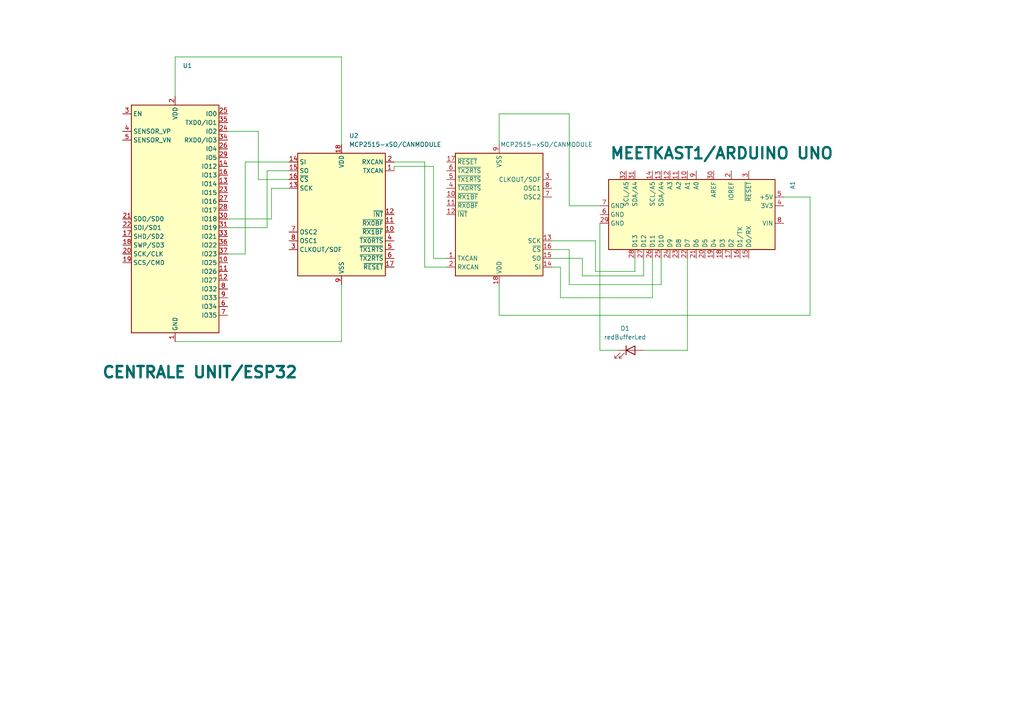
<source format=kicad_sch>
(kicad_sch
	(version 20231120)
	(generator "eeschema")
	(generator_version "8.0")
	(uuid "5bcac197-b3d0-4682-afbe-76e68ec606bb")
	(paper "A4")
	(lib_symbols
		(symbol "Device:LED"
			(pin_numbers hide)
			(pin_names
				(offset 1.016) hide)
			(exclude_from_sim no)
			(in_bom yes)
			(on_board yes)
			(property "Reference" "D"
				(at 0 2.54 0)
				(effects
					(font
						(size 1.27 1.27)
					)
				)
			)
			(property "Value" "LED"
				(at 0 -2.54 0)
				(effects
					(font
						(size 1.27 1.27)
					)
				)
			)
			(property "Footprint" ""
				(at 0 0 0)
				(effects
					(font
						(size 1.27 1.27)
					)
					(hide yes)
				)
			)
			(property "Datasheet" "~"
				(at 0 0 0)
				(effects
					(font
						(size 1.27 1.27)
					)
					(hide yes)
				)
			)
			(property "Description" "Light emitting diode"
				(at 0 0 0)
				(effects
					(font
						(size 1.27 1.27)
					)
					(hide yes)
				)
			)
			(property "ki_keywords" "LED diode"
				(at 0 0 0)
				(effects
					(font
						(size 1.27 1.27)
					)
					(hide yes)
				)
			)
			(property "ki_fp_filters" "LED* LED_SMD:* LED_THT:*"
				(at 0 0 0)
				(effects
					(font
						(size 1.27 1.27)
					)
					(hide yes)
				)
			)
			(symbol "LED_0_1"
				(polyline
					(pts
						(xy -1.27 -1.27) (xy -1.27 1.27)
					)
					(stroke
						(width 0.254)
						(type default)
					)
					(fill
						(type none)
					)
				)
				(polyline
					(pts
						(xy -1.27 0) (xy 1.27 0)
					)
					(stroke
						(width 0)
						(type default)
					)
					(fill
						(type none)
					)
				)
				(polyline
					(pts
						(xy 1.27 -1.27) (xy 1.27 1.27) (xy -1.27 0) (xy 1.27 -1.27)
					)
					(stroke
						(width 0.254)
						(type default)
					)
					(fill
						(type none)
					)
				)
				(polyline
					(pts
						(xy -3.048 -0.762) (xy -4.572 -2.286) (xy -3.81 -2.286) (xy -4.572 -2.286) (xy -4.572 -1.524)
					)
					(stroke
						(width 0)
						(type default)
					)
					(fill
						(type none)
					)
				)
				(polyline
					(pts
						(xy -1.778 -0.762) (xy -3.302 -2.286) (xy -2.54 -2.286) (xy -3.302 -2.286) (xy -3.302 -1.524)
					)
					(stroke
						(width 0)
						(type default)
					)
					(fill
						(type none)
					)
				)
			)
			(symbol "LED_1_1"
				(pin passive line
					(at -3.81 0 0)
					(length 2.54)
					(name "K"
						(effects
							(font
								(size 1.27 1.27)
							)
						)
					)
					(number "1"
						(effects
							(font
								(size 1.27 1.27)
							)
						)
					)
				)
				(pin passive line
					(at 3.81 0 180)
					(length 2.54)
					(name "A"
						(effects
							(font
								(size 1.27 1.27)
							)
						)
					)
					(number "2"
						(effects
							(font
								(size 1.27 1.27)
							)
						)
					)
				)
			)
		)
		(symbol "Interface_CAN_LIN:MCP2515-xSO"
			(exclude_from_sim no)
			(in_bom yes)
			(on_board yes)
			(property "Reference" "U"
				(at -10.16 19.685 0)
				(effects
					(font
						(size 1.27 1.27)
					)
					(justify right)
				)
			)
			(property "Value" "MCP2515-xSO"
				(at 19.05 20.32 0)
				(effects
					(font
						(size 1.27 1.27)
					)
					(justify right top)
				)
			)
			(property "Footprint" "Package_SO:SOIC-18W_7.5x11.6mm_P1.27mm"
				(at 0 -22.86 0)
				(effects
					(font
						(size 1.27 1.27)
						(italic yes)
					)
					(hide yes)
				)
			)
			(property "Datasheet" "http://ww1.microchip.com/downloads/en/DeviceDoc/21801e.pdf"
				(at 2.54 -20.32 0)
				(effects
					(font
						(size 1.27 1.27)
					)
					(hide yes)
				)
			)
			(property "Description" "Stand-Alone CAN Controller with SPI Interface, SOIC-18"
				(at 0 0 0)
				(effects
					(font
						(size 1.27 1.27)
					)
					(hide yes)
				)
			)
			(property "ki_keywords" "CAN Controller SPI"
				(at 0 0 0)
				(effects
					(font
						(size 1.27 1.27)
					)
					(hide yes)
				)
			)
			(property "ki_fp_filters" "SOIC*7.5x11.6mm*P1.27mm*"
				(at 0 0 0)
				(effects
					(font
						(size 1.27 1.27)
					)
					(hide yes)
				)
			)
			(symbol "MCP2515-xSO_0_1"
				(rectangle
					(start -12.7 17.78)
					(end 12.7 -17.78)
					(stroke
						(width 0.254)
						(type default)
					)
					(fill
						(type background)
					)
				)
			)
			(symbol "MCP2515-xSO_1_1"
				(pin output line
					(at 15.24 12.7 180)
					(length 2.54)
					(name "TXCAN"
						(effects
							(font
								(size 1.27 1.27)
							)
						)
					)
					(number "1"
						(effects
							(font
								(size 1.27 1.27)
							)
						)
					)
				)
				(pin output line
					(at 15.24 -5.08 180)
					(length 2.54)
					(name "~{RX1BF}"
						(effects
							(font
								(size 1.27 1.27)
							)
						)
					)
					(number "10"
						(effects
							(font
								(size 1.27 1.27)
							)
						)
					)
				)
				(pin output line
					(at 15.24 -2.54 180)
					(length 2.54)
					(name "~{RX0BF}"
						(effects
							(font
								(size 1.27 1.27)
							)
						)
					)
					(number "11"
						(effects
							(font
								(size 1.27 1.27)
							)
						)
					)
				)
				(pin output line
					(at 15.24 0 180)
					(length 2.54)
					(name "~{INT}"
						(effects
							(font
								(size 1.27 1.27)
							)
						)
					)
					(number "12"
						(effects
							(font
								(size 1.27 1.27)
							)
						)
					)
				)
				(pin input line
					(at -15.24 7.62 0)
					(length 2.54)
					(name "SCK"
						(effects
							(font
								(size 1.27 1.27)
							)
						)
					)
					(number "13"
						(effects
							(font
								(size 1.27 1.27)
							)
						)
					)
				)
				(pin input line
					(at -15.24 15.24 0)
					(length 2.54)
					(name "SI"
						(effects
							(font
								(size 1.27 1.27)
							)
						)
					)
					(number "14"
						(effects
							(font
								(size 1.27 1.27)
							)
						)
					)
				)
				(pin output line
					(at -15.24 12.7 0)
					(length 2.54)
					(name "SO"
						(effects
							(font
								(size 1.27 1.27)
							)
						)
					)
					(number "15"
						(effects
							(font
								(size 1.27 1.27)
							)
						)
					)
				)
				(pin input line
					(at -15.24 10.16 0)
					(length 2.54)
					(name "~{CS}"
						(effects
							(font
								(size 1.27 1.27)
							)
						)
					)
					(number "16"
						(effects
							(font
								(size 1.27 1.27)
							)
						)
					)
				)
				(pin input line
					(at 15.24 -15.24 180)
					(length 2.54)
					(name "~{RESET}"
						(effects
							(font
								(size 1.27 1.27)
							)
						)
					)
					(number "17"
						(effects
							(font
								(size 1.27 1.27)
							)
						)
					)
				)
				(pin power_in line
					(at 0 20.32 270)
					(length 2.54)
					(name "VDD"
						(effects
							(font
								(size 1.27 1.27)
							)
						)
					)
					(number "18"
						(effects
							(font
								(size 1.27 1.27)
							)
						)
					)
				)
				(pin input line
					(at 15.24 15.24 180)
					(length 2.54)
					(name "RXCAN"
						(effects
							(font
								(size 1.27 1.27)
							)
						)
					)
					(number "2"
						(effects
							(font
								(size 1.27 1.27)
							)
						)
					)
				)
				(pin output line
					(at -15.24 -10.16 0)
					(length 2.54)
					(name "CLKOUT/SOF"
						(effects
							(font
								(size 1.27 1.27)
							)
						)
					)
					(number "3"
						(effects
							(font
								(size 1.27 1.27)
							)
						)
					)
				)
				(pin input line
					(at 15.24 -7.62 180)
					(length 2.54)
					(name "~{TX0RTS}"
						(effects
							(font
								(size 1.27 1.27)
							)
						)
					)
					(number "4"
						(effects
							(font
								(size 1.27 1.27)
							)
						)
					)
				)
				(pin input line
					(at 15.24 -10.16 180)
					(length 2.54)
					(name "~{TX1RTS}"
						(effects
							(font
								(size 1.27 1.27)
							)
						)
					)
					(number "5"
						(effects
							(font
								(size 1.27 1.27)
							)
						)
					)
				)
				(pin input line
					(at 15.24 -12.7 180)
					(length 2.54)
					(name "~{TX2RTS}"
						(effects
							(font
								(size 1.27 1.27)
							)
						)
					)
					(number "6"
						(effects
							(font
								(size 1.27 1.27)
							)
						)
					)
				)
				(pin output line
					(at -15.24 -5.08 0)
					(length 2.54)
					(name "OSC2"
						(effects
							(font
								(size 1.27 1.27)
							)
						)
					)
					(number "7"
						(effects
							(font
								(size 1.27 1.27)
							)
						)
					)
				)
				(pin input line
					(at -15.24 -7.62 0)
					(length 2.54)
					(name "OSC1"
						(effects
							(font
								(size 1.27 1.27)
							)
						)
					)
					(number "8"
						(effects
							(font
								(size 1.27 1.27)
							)
						)
					)
				)
				(pin power_in line
					(at 0 -20.32 90)
					(length 2.54)
					(name "VSS"
						(effects
							(font
								(size 1.27 1.27)
							)
						)
					)
					(number "9"
						(effects
							(font
								(size 1.27 1.27)
							)
						)
					)
				)
			)
		)
		(symbol "MCU_Module:Arduino_UNO_R3"
			(exclude_from_sim no)
			(in_bom yes)
			(on_board yes)
			(property "Reference" "A"
				(at -10.16 23.495 0)
				(effects
					(font
						(size 1.27 1.27)
					)
					(justify left bottom)
				)
			)
			(property "Value" "Arduino_UNO_R3"
				(at 5.08 -26.67 0)
				(effects
					(font
						(size 1.27 1.27)
					)
					(justify left top)
				)
			)
			(property "Footprint" "Module:Arduino_UNO_R3"
				(at 0 0 0)
				(effects
					(font
						(size 1.27 1.27)
						(italic yes)
					)
					(hide yes)
				)
			)
			(property "Datasheet" "https://www.arduino.cc/en/Main/arduinoBoardUno"
				(at 0 0 0)
				(effects
					(font
						(size 1.27 1.27)
					)
					(hide yes)
				)
			)
			(property "Description" "Arduino UNO Microcontroller Module, release 3"
				(at 0 0 0)
				(effects
					(font
						(size 1.27 1.27)
					)
					(hide yes)
				)
			)
			(property "ki_keywords" "Arduino UNO R3 Microcontroller Module Atmel AVR USB"
				(at 0 0 0)
				(effects
					(font
						(size 1.27 1.27)
					)
					(hide yes)
				)
			)
			(property "ki_fp_filters" "Arduino*UNO*R3*"
				(at 0 0 0)
				(effects
					(font
						(size 1.27 1.27)
					)
					(hide yes)
				)
			)
			(symbol "Arduino_UNO_R3_0_1"
				(rectangle
					(start -10.16 22.86)
					(end 10.16 -25.4)
					(stroke
						(width 0.254)
						(type default)
					)
					(fill
						(type background)
					)
				)
			)
			(symbol "Arduino_UNO_R3_1_1"
				(pin no_connect line
					(at -10.16 -20.32 0)
					(length 2.54) hide
					(name "NC"
						(effects
							(font
								(size 1.27 1.27)
							)
						)
					)
					(number "1"
						(effects
							(font
								(size 1.27 1.27)
							)
						)
					)
				)
				(pin bidirectional line
					(at 12.7 -2.54 180)
					(length 2.54)
					(name "A1"
						(effects
							(font
								(size 1.27 1.27)
							)
						)
					)
					(number "10"
						(effects
							(font
								(size 1.27 1.27)
							)
						)
					)
				)
				(pin bidirectional line
					(at 12.7 -5.08 180)
					(length 2.54)
					(name "A2"
						(effects
							(font
								(size 1.27 1.27)
							)
						)
					)
					(number "11"
						(effects
							(font
								(size 1.27 1.27)
							)
						)
					)
				)
				(pin bidirectional line
					(at 12.7 -7.62 180)
					(length 2.54)
					(name "A3"
						(effects
							(font
								(size 1.27 1.27)
							)
						)
					)
					(number "12"
						(effects
							(font
								(size 1.27 1.27)
							)
						)
					)
				)
				(pin bidirectional line
					(at 12.7 -10.16 180)
					(length 2.54)
					(name "SDA/A4"
						(effects
							(font
								(size 1.27 1.27)
							)
						)
					)
					(number "13"
						(effects
							(font
								(size 1.27 1.27)
							)
						)
					)
				)
				(pin bidirectional line
					(at 12.7 -12.7 180)
					(length 2.54)
					(name "SCL/A5"
						(effects
							(font
								(size 1.27 1.27)
							)
						)
					)
					(number "14"
						(effects
							(font
								(size 1.27 1.27)
							)
						)
					)
				)
				(pin bidirectional line
					(at -12.7 15.24 0)
					(length 2.54)
					(name "D0/RX"
						(effects
							(font
								(size 1.27 1.27)
							)
						)
					)
					(number "15"
						(effects
							(font
								(size 1.27 1.27)
							)
						)
					)
				)
				(pin bidirectional line
					(at -12.7 12.7 0)
					(length 2.54)
					(name "D1/TX"
						(effects
							(font
								(size 1.27 1.27)
							)
						)
					)
					(number "16"
						(effects
							(font
								(size 1.27 1.27)
							)
						)
					)
				)
				(pin bidirectional line
					(at -12.7 10.16 0)
					(length 2.54)
					(name "D2"
						(effects
							(font
								(size 1.27 1.27)
							)
						)
					)
					(number "17"
						(effects
							(font
								(size 1.27 1.27)
							)
						)
					)
				)
				(pin bidirectional line
					(at -12.7 7.62 0)
					(length 2.54)
					(name "D3"
						(effects
							(font
								(size 1.27 1.27)
							)
						)
					)
					(number "18"
						(effects
							(font
								(size 1.27 1.27)
							)
						)
					)
				)
				(pin bidirectional line
					(at -12.7 5.08 0)
					(length 2.54)
					(name "D4"
						(effects
							(font
								(size 1.27 1.27)
							)
						)
					)
					(number "19"
						(effects
							(font
								(size 1.27 1.27)
							)
						)
					)
				)
				(pin output line
					(at 12.7 10.16 180)
					(length 2.54)
					(name "IOREF"
						(effects
							(font
								(size 1.27 1.27)
							)
						)
					)
					(number "2"
						(effects
							(font
								(size 1.27 1.27)
							)
						)
					)
				)
				(pin bidirectional line
					(at -12.7 2.54 0)
					(length 2.54)
					(name "D5"
						(effects
							(font
								(size 1.27 1.27)
							)
						)
					)
					(number "20"
						(effects
							(font
								(size 1.27 1.27)
							)
						)
					)
				)
				(pin bidirectional line
					(at -12.7 0 0)
					(length 2.54)
					(name "D6"
						(effects
							(font
								(size 1.27 1.27)
							)
						)
					)
					(number "21"
						(effects
							(font
								(size 1.27 1.27)
							)
						)
					)
				)
				(pin bidirectional line
					(at -12.7 -2.54 0)
					(length 2.54)
					(name "D7"
						(effects
							(font
								(size 1.27 1.27)
							)
						)
					)
					(number "22"
						(effects
							(font
								(size 1.27 1.27)
							)
						)
					)
				)
				(pin bidirectional line
					(at -12.7 -5.08 0)
					(length 2.54)
					(name "D8"
						(effects
							(font
								(size 1.27 1.27)
							)
						)
					)
					(number "23"
						(effects
							(font
								(size 1.27 1.27)
							)
						)
					)
				)
				(pin bidirectional line
					(at -12.7 -7.62 0)
					(length 2.54)
					(name "D9"
						(effects
							(font
								(size 1.27 1.27)
							)
						)
					)
					(number "24"
						(effects
							(font
								(size 1.27 1.27)
							)
						)
					)
				)
				(pin bidirectional line
					(at -12.7 -10.16 0)
					(length 2.54)
					(name "D10"
						(effects
							(font
								(size 1.27 1.27)
							)
						)
					)
					(number "25"
						(effects
							(font
								(size 1.27 1.27)
							)
						)
					)
				)
				(pin bidirectional line
					(at -12.7 -12.7 0)
					(length 2.54)
					(name "D11"
						(effects
							(font
								(size 1.27 1.27)
							)
						)
					)
					(number "26"
						(effects
							(font
								(size 1.27 1.27)
							)
						)
					)
				)
				(pin bidirectional line
					(at -12.7 -15.24 0)
					(length 2.54)
					(name "D12"
						(effects
							(font
								(size 1.27 1.27)
							)
						)
					)
					(number "27"
						(effects
							(font
								(size 1.27 1.27)
							)
						)
					)
				)
				(pin bidirectional line
					(at -12.7 -17.78 0)
					(length 2.54)
					(name "D13"
						(effects
							(font
								(size 1.27 1.27)
							)
						)
					)
					(number "28"
						(effects
							(font
								(size 1.27 1.27)
							)
						)
					)
				)
				(pin power_in line
					(at -2.54 -27.94 90)
					(length 2.54)
					(name "GND"
						(effects
							(font
								(size 1.27 1.27)
							)
						)
					)
					(number "29"
						(effects
							(font
								(size 1.27 1.27)
							)
						)
					)
				)
				(pin input line
					(at 12.7 15.24 180)
					(length 2.54)
					(name "~{RESET}"
						(effects
							(font
								(size 1.27 1.27)
							)
						)
					)
					(number "3"
						(effects
							(font
								(size 1.27 1.27)
							)
						)
					)
				)
				(pin input line
					(at 12.7 5.08 180)
					(length 2.54)
					(name "AREF"
						(effects
							(font
								(size 1.27 1.27)
							)
						)
					)
					(number "30"
						(effects
							(font
								(size 1.27 1.27)
							)
						)
					)
				)
				(pin bidirectional line
					(at 12.7 -17.78 180)
					(length 2.54)
					(name "SDA/A4"
						(effects
							(font
								(size 1.27 1.27)
							)
						)
					)
					(number "31"
						(effects
							(font
								(size 1.27 1.27)
							)
						)
					)
				)
				(pin bidirectional line
					(at 12.7 -20.32 180)
					(length 2.54)
					(name "SCL/A5"
						(effects
							(font
								(size 1.27 1.27)
							)
						)
					)
					(number "32"
						(effects
							(font
								(size 1.27 1.27)
							)
						)
					)
				)
				(pin power_out line
					(at 2.54 25.4 270)
					(length 2.54)
					(name "3V3"
						(effects
							(font
								(size 1.27 1.27)
							)
						)
					)
					(number "4"
						(effects
							(font
								(size 1.27 1.27)
							)
						)
					)
				)
				(pin power_out line
					(at 5.08 25.4 270)
					(length 2.54)
					(name "+5V"
						(effects
							(font
								(size 1.27 1.27)
							)
						)
					)
					(number "5"
						(effects
							(font
								(size 1.27 1.27)
							)
						)
					)
				)
				(pin power_in line
					(at 0 -27.94 90)
					(length 2.54)
					(name "GND"
						(effects
							(font
								(size 1.27 1.27)
							)
						)
					)
					(number "6"
						(effects
							(font
								(size 1.27 1.27)
							)
						)
					)
				)
				(pin power_in line
					(at 2.54 -27.94 90)
					(length 2.54)
					(name "GND"
						(effects
							(font
								(size 1.27 1.27)
							)
						)
					)
					(number "7"
						(effects
							(font
								(size 1.27 1.27)
							)
						)
					)
				)
				(pin power_in line
					(at -2.54 25.4 270)
					(length 2.54)
					(name "VIN"
						(effects
							(font
								(size 1.27 1.27)
							)
						)
					)
					(number "8"
						(effects
							(font
								(size 1.27 1.27)
							)
						)
					)
				)
				(pin bidirectional line
					(at 12.7 0 180)
					(length 2.54)
					(name "A0"
						(effects
							(font
								(size 1.27 1.27)
							)
						)
					)
					(number "9"
						(effects
							(font
								(size 1.27 1.27)
							)
						)
					)
				)
			)
		)
		(symbol "RF_Module:ESP32-WROOM-32"
			(exclude_from_sim no)
			(in_bom yes)
			(on_board yes)
			(property "Reference" "U"
				(at -12.7 34.29 0)
				(effects
					(font
						(size 1.27 1.27)
					)
					(justify left)
				)
			)
			(property "Value" "ESP32-WROOM-32"
				(at 1.27 34.29 0)
				(effects
					(font
						(size 1.27 1.27)
					)
					(justify left)
				)
			)
			(property "Footprint" "RF_Module:ESP32-WROOM-32"
				(at 0 -38.1 0)
				(effects
					(font
						(size 1.27 1.27)
					)
					(hide yes)
				)
			)
			(property "Datasheet" "https://www.espressif.com/sites/default/files/documentation/esp32-wroom-32_datasheet_en.pdf"
				(at -7.62 1.27 0)
				(effects
					(font
						(size 1.27 1.27)
					)
					(hide yes)
				)
			)
			(property "Description" "RF Module, ESP32-D0WDQ6 SoC, Wi-Fi 802.11b/g/n, Bluetooth, BLE, 32-bit, 2.7-3.6V, onboard antenna, SMD"
				(at 0 0 0)
				(effects
					(font
						(size 1.27 1.27)
					)
					(hide yes)
				)
			)
			(property "ki_keywords" "RF Radio BT ESP ESP32 Espressif onboard PCB antenna"
				(at 0 0 0)
				(effects
					(font
						(size 1.27 1.27)
					)
					(hide yes)
				)
			)
			(property "ki_fp_filters" "ESP32?WROOM?32*"
				(at 0 0 0)
				(effects
					(font
						(size 1.27 1.27)
					)
					(hide yes)
				)
			)
			(symbol "ESP32-WROOM-32_0_1"
				(rectangle
					(start -12.7 33.02)
					(end 12.7 -33.02)
					(stroke
						(width 0.254)
						(type default)
					)
					(fill
						(type background)
					)
				)
			)
			(symbol "ESP32-WROOM-32_1_1"
				(pin power_in line
					(at 0 -35.56 90)
					(length 2.54)
					(name "GND"
						(effects
							(font
								(size 1.27 1.27)
							)
						)
					)
					(number "1"
						(effects
							(font
								(size 1.27 1.27)
							)
						)
					)
				)
				(pin bidirectional line
					(at 15.24 -12.7 180)
					(length 2.54)
					(name "IO25"
						(effects
							(font
								(size 1.27 1.27)
							)
						)
					)
					(number "10"
						(effects
							(font
								(size 1.27 1.27)
							)
						)
					)
				)
				(pin bidirectional line
					(at 15.24 -15.24 180)
					(length 2.54)
					(name "IO26"
						(effects
							(font
								(size 1.27 1.27)
							)
						)
					)
					(number "11"
						(effects
							(font
								(size 1.27 1.27)
							)
						)
					)
				)
				(pin bidirectional line
					(at 15.24 -17.78 180)
					(length 2.54)
					(name "IO27"
						(effects
							(font
								(size 1.27 1.27)
							)
						)
					)
					(number "12"
						(effects
							(font
								(size 1.27 1.27)
							)
						)
					)
				)
				(pin bidirectional line
					(at 15.24 10.16 180)
					(length 2.54)
					(name "IO14"
						(effects
							(font
								(size 1.27 1.27)
							)
						)
					)
					(number "13"
						(effects
							(font
								(size 1.27 1.27)
							)
						)
					)
				)
				(pin bidirectional line
					(at 15.24 15.24 180)
					(length 2.54)
					(name "IO12"
						(effects
							(font
								(size 1.27 1.27)
							)
						)
					)
					(number "14"
						(effects
							(font
								(size 1.27 1.27)
							)
						)
					)
				)
				(pin passive line
					(at 0 -35.56 90)
					(length 2.54) hide
					(name "GND"
						(effects
							(font
								(size 1.27 1.27)
							)
						)
					)
					(number "15"
						(effects
							(font
								(size 1.27 1.27)
							)
						)
					)
				)
				(pin bidirectional line
					(at 15.24 12.7 180)
					(length 2.54)
					(name "IO13"
						(effects
							(font
								(size 1.27 1.27)
							)
						)
					)
					(number "16"
						(effects
							(font
								(size 1.27 1.27)
							)
						)
					)
				)
				(pin bidirectional line
					(at -15.24 -5.08 0)
					(length 2.54)
					(name "SHD/SD2"
						(effects
							(font
								(size 1.27 1.27)
							)
						)
					)
					(number "17"
						(effects
							(font
								(size 1.27 1.27)
							)
						)
					)
				)
				(pin bidirectional line
					(at -15.24 -7.62 0)
					(length 2.54)
					(name "SWP/SD3"
						(effects
							(font
								(size 1.27 1.27)
							)
						)
					)
					(number "18"
						(effects
							(font
								(size 1.27 1.27)
							)
						)
					)
				)
				(pin bidirectional line
					(at -15.24 -12.7 0)
					(length 2.54)
					(name "SCS/CMD"
						(effects
							(font
								(size 1.27 1.27)
							)
						)
					)
					(number "19"
						(effects
							(font
								(size 1.27 1.27)
							)
						)
					)
				)
				(pin power_in line
					(at 0 35.56 270)
					(length 2.54)
					(name "VDD"
						(effects
							(font
								(size 1.27 1.27)
							)
						)
					)
					(number "2"
						(effects
							(font
								(size 1.27 1.27)
							)
						)
					)
				)
				(pin bidirectional line
					(at -15.24 -10.16 0)
					(length 2.54)
					(name "SCK/CLK"
						(effects
							(font
								(size 1.27 1.27)
							)
						)
					)
					(number "20"
						(effects
							(font
								(size 1.27 1.27)
							)
						)
					)
				)
				(pin bidirectional line
					(at -15.24 0 0)
					(length 2.54)
					(name "SDO/SD0"
						(effects
							(font
								(size 1.27 1.27)
							)
						)
					)
					(number "21"
						(effects
							(font
								(size 1.27 1.27)
							)
						)
					)
				)
				(pin bidirectional line
					(at -15.24 -2.54 0)
					(length 2.54)
					(name "SDI/SD1"
						(effects
							(font
								(size 1.27 1.27)
							)
						)
					)
					(number "22"
						(effects
							(font
								(size 1.27 1.27)
							)
						)
					)
				)
				(pin bidirectional line
					(at 15.24 7.62 180)
					(length 2.54)
					(name "IO15"
						(effects
							(font
								(size 1.27 1.27)
							)
						)
					)
					(number "23"
						(effects
							(font
								(size 1.27 1.27)
							)
						)
					)
				)
				(pin bidirectional line
					(at 15.24 25.4 180)
					(length 2.54)
					(name "IO2"
						(effects
							(font
								(size 1.27 1.27)
							)
						)
					)
					(number "24"
						(effects
							(font
								(size 1.27 1.27)
							)
						)
					)
				)
				(pin bidirectional line
					(at 15.24 30.48 180)
					(length 2.54)
					(name "IO0"
						(effects
							(font
								(size 1.27 1.27)
							)
						)
					)
					(number "25"
						(effects
							(font
								(size 1.27 1.27)
							)
						)
					)
				)
				(pin bidirectional line
					(at 15.24 20.32 180)
					(length 2.54)
					(name "IO4"
						(effects
							(font
								(size 1.27 1.27)
							)
						)
					)
					(number "26"
						(effects
							(font
								(size 1.27 1.27)
							)
						)
					)
				)
				(pin bidirectional line
					(at 15.24 5.08 180)
					(length 2.54)
					(name "IO16"
						(effects
							(font
								(size 1.27 1.27)
							)
						)
					)
					(number "27"
						(effects
							(font
								(size 1.27 1.27)
							)
						)
					)
				)
				(pin bidirectional line
					(at 15.24 2.54 180)
					(length 2.54)
					(name "IO17"
						(effects
							(font
								(size 1.27 1.27)
							)
						)
					)
					(number "28"
						(effects
							(font
								(size 1.27 1.27)
							)
						)
					)
				)
				(pin bidirectional line
					(at 15.24 17.78 180)
					(length 2.54)
					(name "IO5"
						(effects
							(font
								(size 1.27 1.27)
							)
						)
					)
					(number "29"
						(effects
							(font
								(size 1.27 1.27)
							)
						)
					)
				)
				(pin input line
					(at -15.24 30.48 0)
					(length 2.54)
					(name "EN"
						(effects
							(font
								(size 1.27 1.27)
							)
						)
					)
					(number "3"
						(effects
							(font
								(size 1.27 1.27)
							)
						)
					)
				)
				(pin bidirectional line
					(at 15.24 0 180)
					(length 2.54)
					(name "IO18"
						(effects
							(font
								(size 1.27 1.27)
							)
						)
					)
					(number "30"
						(effects
							(font
								(size 1.27 1.27)
							)
						)
					)
				)
				(pin bidirectional line
					(at 15.24 -2.54 180)
					(length 2.54)
					(name "IO19"
						(effects
							(font
								(size 1.27 1.27)
							)
						)
					)
					(number "31"
						(effects
							(font
								(size 1.27 1.27)
							)
						)
					)
				)
				(pin no_connect line
					(at -12.7 -27.94 0)
					(length 2.54) hide
					(name "NC"
						(effects
							(font
								(size 1.27 1.27)
							)
						)
					)
					(number "32"
						(effects
							(font
								(size 1.27 1.27)
							)
						)
					)
				)
				(pin bidirectional line
					(at 15.24 -5.08 180)
					(length 2.54)
					(name "IO21"
						(effects
							(font
								(size 1.27 1.27)
							)
						)
					)
					(number "33"
						(effects
							(font
								(size 1.27 1.27)
							)
						)
					)
				)
				(pin bidirectional line
					(at 15.24 22.86 180)
					(length 2.54)
					(name "RXD0/IO3"
						(effects
							(font
								(size 1.27 1.27)
							)
						)
					)
					(number "34"
						(effects
							(font
								(size 1.27 1.27)
							)
						)
					)
				)
				(pin bidirectional line
					(at 15.24 27.94 180)
					(length 2.54)
					(name "TXD0/IO1"
						(effects
							(font
								(size 1.27 1.27)
							)
						)
					)
					(number "35"
						(effects
							(font
								(size 1.27 1.27)
							)
						)
					)
				)
				(pin bidirectional line
					(at 15.24 -7.62 180)
					(length 2.54)
					(name "IO22"
						(effects
							(font
								(size 1.27 1.27)
							)
						)
					)
					(number "36"
						(effects
							(font
								(size 1.27 1.27)
							)
						)
					)
				)
				(pin bidirectional line
					(at 15.24 -10.16 180)
					(length 2.54)
					(name "IO23"
						(effects
							(font
								(size 1.27 1.27)
							)
						)
					)
					(number "37"
						(effects
							(font
								(size 1.27 1.27)
							)
						)
					)
				)
				(pin passive line
					(at 0 -35.56 90)
					(length 2.54) hide
					(name "GND"
						(effects
							(font
								(size 1.27 1.27)
							)
						)
					)
					(number "38"
						(effects
							(font
								(size 1.27 1.27)
							)
						)
					)
				)
				(pin passive line
					(at 0 -35.56 90)
					(length 2.54) hide
					(name "GND"
						(effects
							(font
								(size 1.27 1.27)
							)
						)
					)
					(number "39"
						(effects
							(font
								(size 1.27 1.27)
							)
						)
					)
				)
				(pin input line
					(at -15.24 25.4 0)
					(length 2.54)
					(name "SENSOR_VP"
						(effects
							(font
								(size 1.27 1.27)
							)
						)
					)
					(number "4"
						(effects
							(font
								(size 1.27 1.27)
							)
						)
					)
				)
				(pin input line
					(at -15.24 22.86 0)
					(length 2.54)
					(name "SENSOR_VN"
						(effects
							(font
								(size 1.27 1.27)
							)
						)
					)
					(number "5"
						(effects
							(font
								(size 1.27 1.27)
							)
						)
					)
				)
				(pin input line
					(at 15.24 -25.4 180)
					(length 2.54)
					(name "IO34"
						(effects
							(font
								(size 1.27 1.27)
							)
						)
					)
					(number "6"
						(effects
							(font
								(size 1.27 1.27)
							)
						)
					)
				)
				(pin input line
					(at 15.24 -27.94 180)
					(length 2.54)
					(name "IO35"
						(effects
							(font
								(size 1.27 1.27)
							)
						)
					)
					(number "7"
						(effects
							(font
								(size 1.27 1.27)
							)
						)
					)
				)
				(pin bidirectional line
					(at 15.24 -20.32 180)
					(length 2.54)
					(name "IO32"
						(effects
							(font
								(size 1.27 1.27)
							)
						)
					)
					(number "8"
						(effects
							(font
								(size 1.27 1.27)
							)
						)
					)
				)
				(pin bidirectional line
					(at 15.24 -22.86 180)
					(length 2.54)
					(name "IO33"
						(effects
							(font
								(size 1.27 1.27)
							)
						)
					)
					(number "9"
						(effects
							(font
								(size 1.27 1.27)
							)
						)
					)
				)
			)
		)
	)
	(wire
		(pts
			(xy 172.72 69.85) (xy 172.72 78.74)
		)
		(stroke
			(width 0)
			(type default)
		)
		(uuid "00c6c422-26f0-4016-afd8-44143384955d")
	)
	(wire
		(pts
			(xy 234.95 91.44) (xy 234.95 57.15)
		)
		(stroke
			(width 0)
			(type default)
		)
		(uuid "011b78ba-0df6-425d-810f-25d39e91bc2b")
	)
	(wire
		(pts
			(xy 172.72 78.74) (xy 184.15 78.74)
		)
		(stroke
			(width 0)
			(type default)
		)
		(uuid "097c3e77-c2da-4786-8ac8-be6d2e705115")
	)
	(wire
		(pts
			(xy 78.74 54.61) (xy 83.82 54.61)
		)
		(stroke
			(width 0)
			(type default)
		)
		(uuid "0be9058d-9abf-49d2-a57b-b94071de0141")
	)
	(wire
		(pts
			(xy 50.8 99.06) (xy 99.06 99.06)
		)
		(stroke
			(width 0)
			(type default)
		)
		(uuid "0bfb438f-0939-467d-ba73-fd4a500ce118")
	)
	(wire
		(pts
			(xy 71.12 73.66) (xy 71.12 46.99)
		)
		(stroke
			(width 0)
			(type default)
		)
		(uuid "0ee33c5d-7f35-4ce5-8bfc-7467f1a5b9e9")
	)
	(wire
		(pts
			(xy 165.1 82.55) (xy 191.77 82.55)
		)
		(stroke
			(width 0)
			(type default)
		)
		(uuid "186a8f75-767a-4729-9ea1-c577da8f74e1")
	)
	(wire
		(pts
			(xy 74.93 38.1) (xy 74.93 52.07)
		)
		(stroke
			(width 0)
			(type default)
		)
		(uuid "1a8abbaa-7821-47f0-bd81-aabcc63580e8")
	)
	(wire
		(pts
			(xy 99.06 16.51) (xy 99.06 41.91)
		)
		(stroke
			(width 0)
			(type default)
		)
		(uuid "1e66952f-73d3-4200-aa1c-782a45e30ace")
	)
	(wire
		(pts
			(xy 74.93 52.07) (xy 83.82 52.07)
		)
		(stroke
			(width 0)
			(type default)
		)
		(uuid "2416ca1c-ea17-4b6d-8c3f-ff0b6d77420c")
	)
	(wire
		(pts
			(xy 125.73 74.93) (xy 125.73 48.26)
		)
		(stroke
			(width 0)
			(type default)
		)
		(uuid "25ba69d3-a33e-4fde-a600-53896dc64f6d")
	)
	(wire
		(pts
			(xy 173.99 101.6) (xy 173.99 64.77)
		)
		(stroke
			(width 0)
			(type default)
		)
		(uuid "27f89ff5-33dd-4a9e-afb3-8b3d13c981b4")
	)
	(wire
		(pts
			(xy 50.8 16.51) (xy 99.06 16.51)
		)
		(stroke
			(width 0)
			(type default)
		)
		(uuid "2a88f6ae-0127-43a7-a985-d71dc00454b3")
	)
	(wire
		(pts
			(xy 234.95 57.15) (xy 227.33 57.15)
		)
		(stroke
			(width 0)
			(type default)
		)
		(uuid "2f39d881-346e-49e9-b241-5066cb007478")
	)
	(wire
		(pts
			(xy 199.39 74.93) (xy 199.39 101.6)
		)
		(stroke
			(width 0)
			(type default)
		)
		(uuid "476be24e-93da-4d1f-b358-370d90695962")
	)
	(wire
		(pts
			(xy 144.78 91.44) (xy 234.95 91.44)
		)
		(stroke
			(width 0)
			(type default)
		)
		(uuid "50d908d7-e4fc-4cf8-9eb4-55123f3399d5")
	)
	(wire
		(pts
			(xy 184.15 78.74) (xy 184.15 74.93)
		)
		(stroke
			(width 0)
			(type default)
		)
		(uuid "5495e0a9-f738-4485-b6e2-8ac8f886439f")
	)
	(wire
		(pts
			(xy 168.91 74.93) (xy 168.91 80.01)
		)
		(stroke
			(width 0)
			(type default)
		)
		(uuid "5ea61fef-81cc-40d2-822d-2fefca36791a")
	)
	(wire
		(pts
			(xy 162.56 77.47) (xy 162.56 86.36)
		)
		(stroke
			(width 0)
			(type default)
		)
		(uuid "5fa2f740-d35c-48a0-bd9b-74e98c0d278a")
	)
	(wire
		(pts
			(xy 66.04 63.5) (xy 78.74 63.5)
		)
		(stroke
			(width 0)
			(type default)
		)
		(uuid "5ff84941-f49a-4aca-bc50-6757952c2ae9")
	)
	(wire
		(pts
			(xy 125.73 74.93) (xy 129.54 74.93)
		)
		(stroke
			(width 0)
			(type default)
		)
		(uuid "616a5428-da68-4d70-9845-9a11e16b1a7d")
	)
	(wire
		(pts
			(xy 179.07 101.6) (xy 173.99 101.6)
		)
		(stroke
			(width 0)
			(type default)
		)
		(uuid "64d779ef-1aa4-4e08-b0c1-93f7c39cad7c")
	)
	(wire
		(pts
			(xy 191.77 74.93) (xy 191.77 82.55)
		)
		(stroke
			(width 0)
			(type default)
		)
		(uuid "73c3ba97-bec4-4bee-a2b9-cfdd16f152c6")
	)
	(wire
		(pts
			(xy 144.78 33.02) (xy 165.1 33.02)
		)
		(stroke
			(width 0)
			(type default)
		)
		(uuid "7a3d2e90-952c-4b9e-a233-06d2442d592e")
	)
	(wire
		(pts
			(xy 71.12 46.99) (xy 83.82 46.99)
		)
		(stroke
			(width 0)
			(type default)
		)
		(uuid "7bf083c3-7f9c-48e7-bef7-ac7409d22254")
	)
	(wire
		(pts
			(xy 125.73 48.26) (xy 114.3 48.26)
		)
		(stroke
			(width 0)
			(type default)
		)
		(uuid "7f92661e-5cc1-4fed-9c24-94d68d2c827e")
	)
	(wire
		(pts
			(xy 160.02 77.47) (xy 162.56 77.47)
		)
		(stroke
			(width 0)
			(type default)
		)
		(uuid "84ffecd6-87cb-4b22-91af-500570da3321")
	)
	(wire
		(pts
			(xy 50.8 27.94) (xy 50.8 16.51)
		)
		(stroke
			(width 0)
			(type default)
		)
		(uuid "8a79a934-3f70-4b00-b7af-3d00ddebe499")
	)
	(wire
		(pts
			(xy 165.1 72.39) (xy 165.1 82.55)
		)
		(stroke
			(width 0)
			(type default)
		)
		(uuid "8ddd375e-f007-45b7-801f-d6c485697fed")
	)
	(wire
		(pts
			(xy 114.3 46.99) (xy 123.19 46.99)
		)
		(stroke
			(width 0)
			(type default)
		)
		(uuid "8efb9b7c-4f90-43f5-a75d-21eddbae36f0")
	)
	(wire
		(pts
			(xy 77.47 49.53) (xy 83.82 49.53)
		)
		(stroke
			(width 0)
			(type default)
		)
		(uuid "93eb6b7a-7c26-42e3-83ce-53a2d3070e67")
	)
	(wire
		(pts
			(xy 199.39 101.6) (xy 186.69 101.6)
		)
		(stroke
			(width 0)
			(type default)
		)
		(uuid "9f03b0d7-4a5a-4c60-bdca-b4079ea60601")
	)
	(wire
		(pts
			(xy 66.04 66.04) (xy 77.47 66.04)
		)
		(stroke
			(width 0)
			(type default)
		)
		(uuid "a1dab128-1a1b-4d2c-b9f8-26eb18107687")
	)
	(wire
		(pts
			(xy 99.06 99.06) (xy 99.06 82.55)
		)
		(stroke
			(width 0)
			(type default)
		)
		(uuid "a1f94914-0b36-42e8-ab9c-75c9486b834c")
	)
	(wire
		(pts
			(xy 162.56 86.36) (xy 189.23 86.36)
		)
		(stroke
			(width 0)
			(type default)
		)
		(uuid "a9ee8f4e-25b4-4e3b-b488-19d4b6dd469d")
	)
	(wire
		(pts
			(xy 165.1 59.69) (xy 173.99 59.69)
		)
		(stroke
			(width 0)
			(type default)
		)
		(uuid "c1f84c6b-12fa-4c0f-a7ee-55897ec8b9ed")
	)
	(wire
		(pts
			(xy 77.47 66.04) (xy 77.47 49.53)
		)
		(stroke
			(width 0)
			(type default)
		)
		(uuid "c21af5fe-4a3d-4de1-aa8a-e22ce5661d3b")
	)
	(wire
		(pts
			(xy 160.02 74.93) (xy 168.91 74.93)
		)
		(stroke
			(width 0)
			(type default)
		)
		(uuid "c832bd42-17af-47be-b451-255830a3d546")
	)
	(wire
		(pts
			(xy 144.78 82.55) (xy 144.78 91.44)
		)
		(stroke
			(width 0)
			(type default)
		)
		(uuid "c83658be-c71d-4be6-a4d6-0ead93a19b92")
	)
	(wire
		(pts
			(xy 114.3 48.26) (xy 114.3 49.53)
		)
		(stroke
			(width 0)
			(type default)
		)
		(uuid "d0df15d1-4eb3-4887-ac95-51ae898c7034")
	)
	(wire
		(pts
			(xy 168.91 80.01) (xy 186.69 80.01)
		)
		(stroke
			(width 0)
			(type default)
		)
		(uuid "d6af8b99-1d3d-4b01-b7d5-dc7be07fe41a")
	)
	(wire
		(pts
			(xy 66.04 73.66) (xy 71.12 73.66)
		)
		(stroke
			(width 0)
			(type default)
		)
		(uuid "d7055916-6f6f-4eec-9eef-63df81bc2fd4")
	)
	(wire
		(pts
			(xy 123.19 77.47) (xy 129.54 77.47)
		)
		(stroke
			(width 0)
			(type default)
		)
		(uuid "d776376f-145c-4091-901f-2c9924154ade")
	)
	(wire
		(pts
			(xy 186.69 80.01) (xy 186.69 74.93)
		)
		(stroke
			(width 0)
			(type default)
		)
		(uuid "d9016bce-2100-4028-a8db-3568497c72e7")
	)
	(wire
		(pts
			(xy 78.74 63.5) (xy 78.74 54.61)
		)
		(stroke
			(width 0)
			(type default)
		)
		(uuid "dddaf9b3-0dfa-41cc-b611-1cc3e3ab4ea8")
	)
	(wire
		(pts
			(xy 144.78 41.91) (xy 144.78 33.02)
		)
		(stroke
			(width 0)
			(type default)
		)
		(uuid "f3371f9a-ea23-45ee-8684-1821463ca5f3")
	)
	(wire
		(pts
			(xy 123.19 46.99) (xy 123.19 77.47)
		)
		(stroke
			(width 0)
			(type default)
		)
		(uuid "f4a3f2dc-5d80-4492-92d7-852ea7eac965")
	)
	(wire
		(pts
			(xy 66.04 38.1) (xy 74.93 38.1)
		)
		(stroke
			(width 0)
			(type default)
		)
		(uuid "f8309285-b9b1-4c51-921b-a31ac9f9cb7d")
	)
	(wire
		(pts
			(xy 160.02 69.85) (xy 172.72 69.85)
		)
		(stroke
			(width 0)
			(type default)
		)
		(uuid "fb6f89b6-9130-41ca-9a79-4d512db89fb7")
	)
	(wire
		(pts
			(xy 165.1 33.02) (xy 165.1 59.69)
		)
		(stroke
			(width 0)
			(type default)
		)
		(uuid "fc81008a-57fb-4d45-8b4d-6abb6a348d24")
	)
	(wire
		(pts
			(xy 160.02 72.39) (xy 165.1 72.39)
		)
		(stroke
			(width 0)
			(type default)
		)
		(uuid "fdc63dc4-8e10-4ccf-84d7-b0fb3e0aa7e6")
	)
	(wire
		(pts
			(xy 189.23 86.36) (xy 189.23 74.93)
		)
		(stroke
			(width 0)
			(type default)
		)
		(uuid "ff7cf93c-2e13-44e5-a661-c9b2e9c28800")
	)
	(symbol
		(lib_id "Interface_CAN_LIN:MCP2515-xSO")
		(at 144.78 62.23 180)
		(unit 1)
		(exclude_from_sim no)
		(in_bom yes)
		(on_board yes)
		(dnp no)
		(fields_autoplaced yes)
		(uuid "7afe33f7-8f41-4517-97ad-426d76149b44")
		(property "Reference" "U3"
			(at 145.1259 39.37 0)
			(effects
				(font
					(size 1.27 1.27)
				)
				(justify right)
				(hide yes)
			)
		)
		(property "Value" "MCP2515-xSO/CANMODULE"
			(at 145.1259 41.91 0)
			(effects
				(font
					(size 1.27 1.27)
				)
				(justify right)
			)
		)
		(property "Footprint" "Package_SO:SOIC-18W_7.5x11.6mm_P1.27mm"
			(at 144.78 39.37 0)
			(effects
				(font
					(size 1.27 1.27)
					(italic yes)
				)
				(hide yes)
			)
		)
		(property "Datasheet" "http://ww1.microchip.com/downloads/en/DeviceDoc/21801e.pdf"
			(at 142.24 41.91 0)
			(effects
				(font
					(size 1.27 1.27)
				)
				(hide yes)
			)
		)
		(property "Description" ""
			(at 144.78 62.23 0)
			(effects
				(font
					(size 1.27 1.27)
				)
				(hide yes)
			)
		)
		(pin "10"
			(uuid "58453c0f-1db6-4b64-9fa7-58bcc0a9034b")
		)
		(pin "1"
			(uuid "51fb3fe5-89a9-4760-b88c-e9ef4881075e")
		)
		(pin "17"
			(uuid "6ac79cd8-2a5c-415b-afb2-ea4fa8bbb34a")
		)
		(pin "8"
			(uuid "d626c940-de54-4b41-949f-817e288efd6d")
		)
		(pin "9"
			(uuid "ba150ef3-dabd-4e44-a817-5e5eeda96685")
		)
		(pin "7"
			(uuid "b614a165-7bc2-4b17-9e85-878792ecd717")
		)
		(pin "14"
			(uuid "4aa9012c-08c7-454b-9dc2-2a6c53d41c9c")
		)
		(pin "18"
			(uuid "aaab6e58-2cd1-4aa9-b931-9a33ed64aba2")
		)
		(pin "6"
			(uuid "040baf3a-92c9-4750-9dc0-03b541f90b76")
		)
		(pin "13"
			(uuid "d2b3ba91-e2b0-475f-a1c7-5defacfebef9")
		)
		(pin "5"
			(uuid "c113da0b-0933-422c-ab24-381656cfcab1")
		)
		(pin "12"
			(uuid "683dbfa9-1e2b-4373-8c17-612cac92455d")
		)
		(pin "11"
			(uuid "92eea3ef-565e-49a4-b36d-3c89406d6eda")
		)
		(pin "16"
			(uuid "42d371ec-200e-486d-aa7f-01d4507b666f")
		)
		(pin "4"
			(uuid "df7c1810-87bc-4cd2-b740-265425778e68")
		)
		(pin "15"
			(uuid "0bcc010b-1e47-4ab7-9d66-2b8382fb5d7c")
		)
		(pin "3"
			(uuid "049d820f-640b-421e-9e9c-1b36144013bf")
		)
		(pin "2"
			(uuid "e5586b85-9ae9-439a-81ce-d68ad5717c7b")
		)
		(instances
			(project "2meetkasten opstelling"
				(path "/5bcac197-b3d0-4682-afbe-76e68ec606bb"
					(reference "U3")
					(unit 1)
				)
			)
		)
	)
	(symbol
		(lib_id "Interface_CAN_LIN:MCP2515-xSO")
		(at 99.06 62.23 0)
		(unit 1)
		(exclude_from_sim no)
		(in_bom yes)
		(on_board yes)
		(dnp no)
		(fields_autoplaced yes)
		(uuid "a32c6ca8-7d5c-4a3c-86a5-a9768d1276ca")
		(property "Reference" "U2"
			(at 101.2541 39.37 0)
			(effects
				(font
					(size 1.27 1.27)
				)
				(justify left)
			)
		)
		(property "Value" "MCP2515-xSO/CANMODULE"
			(at 101.2541 41.91 0)
			(effects
				(font
					(size 1.27 1.27)
				)
				(justify left)
			)
		)
		(property "Footprint" "Package_SO:SOIC-18W_7.5x11.6mm_P1.27mm"
			(at 99.06 85.09 0)
			(effects
				(font
					(size 1.27 1.27)
					(italic yes)
				)
				(hide yes)
			)
		)
		(property "Datasheet" "http://ww1.microchip.com/downloads/en/DeviceDoc/21801e.pdf"
			(at 101.6 82.55 0)
			(effects
				(font
					(size 1.27 1.27)
				)
				(hide yes)
			)
		)
		(property "Description" ""
			(at 99.06 62.23 0)
			(effects
				(font
					(size 1.27 1.27)
				)
				(hide yes)
			)
		)
		(pin "14"
			(uuid "8953e2d7-5135-4cc2-9ead-ea5ab9ff7e0f")
		)
		(pin "5"
			(uuid "6577833b-59af-4ffc-a795-e6a337770df0")
		)
		(pin "12"
			(uuid "6f6216ea-8d2a-4c2e-bd62-5b6dd6195513")
		)
		(pin "13"
			(uuid "011c2243-5e74-4c28-9585-aafdc97d5f44")
		)
		(pin "15"
			(uuid "181036b4-5e98-47fc-9383-db561127e22f")
		)
		(pin "4"
			(uuid "0171f0a8-1e0b-4236-90ba-e532f2c093a4")
		)
		(pin "11"
			(uuid "67014395-d2f4-4e5f-a811-61e4ecf3055f")
		)
		(pin "8"
			(uuid "4259a48c-ac95-4ffa-a7b4-3247686d88c7")
		)
		(pin "2"
			(uuid "85046abf-b78a-4c8f-9326-d324bfc774a0")
		)
		(pin "17"
			(uuid "14b86f55-9252-43bf-902b-2beb6c37b01b")
		)
		(pin "6"
			(uuid "6c04ab19-922b-401e-87dc-48ce7e318f8d")
		)
		(pin "3"
			(uuid "7a77b5e0-e5b3-489f-a36e-3b02e1632d2d")
		)
		(pin "1"
			(uuid "b44322dd-c2b9-45fc-8ac8-8df71d8c85e9")
		)
		(pin "16"
			(uuid "e497b14f-3dae-4b75-9668-0ba1a39ecd8f")
		)
		(pin "9"
			(uuid "8a285d68-b4d7-463b-9c21-1a9bef22fe11")
		)
		(pin "10"
			(uuid "caae49f3-a8f3-4e73-ab4a-e58dc485a1a5")
		)
		(pin "7"
			(uuid "2339ab95-f761-482a-aad8-cda68c0ab001")
		)
		(pin "18"
			(uuid "711692fe-1a24-4f81-8268-edb5c4704050")
		)
		(instances
			(project "2meetkasten opstelling"
				(path "/5bcac197-b3d0-4682-afbe-76e68ec606bb"
					(reference "U2")
					(unit 1)
				)
			)
		)
	)
	(symbol
		(lib_id "Device:LED")
		(at 182.88 101.6 0)
		(unit 1)
		(exclude_from_sim no)
		(in_bom yes)
		(on_board yes)
		(dnp no)
		(uuid "a9cd2285-20bc-4b18-a883-7692e70752d2")
		(property "Reference" "D1"
			(at 181.2925 95.25 0)
			(effects
				(font
					(size 1.27 1.27)
				)
			)
		)
		(property "Value" "redBufferLed"
			(at 181.2925 97.79 0)
			(effects
				(font
					(size 1.27 1.27)
				)
			)
		)
		(property "Footprint" ""
			(at 182.88 101.6 0)
			(effects
				(font
					(size 1.27 1.27)
				)
				(hide yes)
			)
		)
		(property "Datasheet" "~"
			(at 182.88 101.6 0)
			(effects
				(font
					(size 1.27 1.27)
				)
				(hide yes)
			)
		)
		(property "Description" "Light emitting diode"
			(at 182.88 101.6 0)
			(effects
				(font
					(size 1.27 1.27)
				)
				(hide yes)
			)
		)
		(pin "2"
			(uuid "434641c4-bf28-42df-aedf-9af0a86a9092")
		)
		(pin "1"
			(uuid "aaf41949-4089-4e30-89ef-a6debaf72ff0")
		)
		(instances
			(project ""
				(path "/5bcac197-b3d0-4682-afbe-76e68ec606bb"
					(reference "D1")
					(unit 1)
				)
			)
		)
	)
	(symbol
		(lib_id "RF_Module:ESP32-WROOM-32")
		(at 50.8 63.5 0)
		(unit 1)
		(exclude_from_sim no)
		(in_bom yes)
		(on_board yes)
		(dnp no)
		(uuid "afafa707-ebd8-4904-a6d6-a1c857a3c268")
		(property "Reference" "U1"
			(at 52.9941 19.05 0)
			(effects
				(font
					(size 1.27 1.27)
				)
				(justify left)
			)
		)
		(property "Value" "CENTRALE UNIT/ESP32"
			(at 29.21 107.95 0)
			(effects
				(font
					(size 3.27 3.27)
					(bold yes)
				)
				(justify left)
			)
		)
		(property "Footprint" "RF_Module:ESP32-WROOM-32"
			(at 50.8 101.6 0)
			(effects
				(font
					(size 1.27 1.27)
				)
				(hide yes)
			)
		)
		(property "Datasheet" "https://www.espressif.com/sites/default/files/documentation/esp32-wroom-32_datasheet_en.pdf"
			(at 43.18 62.23 0)
			(effects
				(font
					(size 1.27 1.27)
				)
				(hide yes)
			)
		)
		(property "Description" ""
			(at 50.8 63.5 0)
			(effects
				(font
					(size 1.27 1.27)
				)
				(hide yes)
			)
		)
		(pin "23"
			(uuid "d5323b36-bd25-4514-b7b7-3064b0dad056")
		)
		(pin "9"
			(uuid "b5c5287f-2657-43e9-b280-15cdf5a700b6")
		)
		(pin "6"
			(uuid "5dfee3c1-96b7-4203-9ef6-d6ba2b8831e2")
		)
		(pin "34"
			(uuid "c818d2d3-3bf0-43d2-88c5-79b0b0a33ae7")
		)
		(pin "17"
			(uuid "52c71cc8-6fcf-44de-8aa7-30b5ea81d040")
		)
		(pin "37"
			(uuid "e74d7486-b581-436a-bb3e-7b309d1174fe")
		)
		(pin "18"
			(uuid "f011597d-7990-4374-837e-c9bea70b4fd8")
		)
		(pin "20"
			(uuid "a954a540-127a-4082-ace4-9f62edc55a23")
		)
		(pin "22"
			(uuid "56fe8944-2591-4fc3-87fd-f54003c70ec5")
		)
		(pin "12"
			(uuid "63c98a09-4a63-436e-90d6-4e89d841975b")
		)
		(pin "13"
			(uuid "bef61c64-c98c-4a06-8049-d693a2059c02")
		)
		(pin "15"
			(uuid "00a97ba6-c121-4ccc-b0a1-5976429dc389")
		)
		(pin "14"
			(uuid "53fa67ff-f2c1-4d57-86ac-c286e36ded4c")
		)
		(pin "10"
			(uuid "2362c423-881f-4524-acc5-39bfc20c1c57")
		)
		(pin "1"
			(uuid "b90ba8c0-a8f9-43f1-97c3-35118a421bec")
		)
		(pin "11"
			(uuid "7c2aa71c-64fd-4a46-9558-73b8d06505b7")
		)
		(pin "21"
			(uuid "73645169-3a18-4fc3-803d-de36144bc7bd")
		)
		(pin "39"
			(uuid "d8aeef28-dca5-4bbd-b01d-7ba460110bed")
		)
		(pin "2"
			(uuid "78ba2abf-4848-483b-bfa8-1b251e0e310b")
		)
		(pin "32"
			(uuid "79c42435-eaf9-4b00-ad0c-717e827a0749")
		)
		(pin "7"
			(uuid "af31e1ec-3c6c-48a0-9d54-da64300a3a6e")
		)
		(pin "25"
			(uuid "05eeab9d-c16d-4353-aab0-0e23c30967a0")
		)
		(pin "5"
			(uuid "71c9a71b-b967-4195-a2b2-d83b9cabd722")
		)
		(pin "8"
			(uuid "c465ad6f-68c7-45f3-a060-1a82eba73c36")
		)
		(pin "28"
			(uuid "bc5d591c-61cf-40a7-82af-25cf911747a4")
		)
		(pin "24"
			(uuid "904de47c-0101-4eab-ac7c-b5f3dbc2ebce")
		)
		(pin "27"
			(uuid "d4049328-d6d7-4d97-826f-093605280347")
		)
		(pin "29"
			(uuid "16cf814b-4aef-44f7-a469-ce90852d5bd0")
		)
		(pin "31"
			(uuid "5f5113c5-1726-444e-8ea3-cb0a994b4685")
		)
		(pin "30"
			(uuid "f2b79730-335a-45af-9a9c-e6358b7aaa5a")
		)
		(pin "19"
			(uuid "42dcecd6-25a0-46c4-94d0-e9ca0383c9d1")
		)
		(pin "4"
			(uuid "5423af97-c5fa-40f9-b19b-b9c83f424237")
		)
		(pin "33"
			(uuid "c8baf447-ef1a-47a1-93ff-9ebe062bc4f8")
		)
		(pin "3"
			(uuid "dce200ad-c68d-4131-81c4-2234b1b641a6")
		)
		(pin "38"
			(uuid "db44bffc-9d67-4beb-8c99-a019faff03d3")
		)
		(pin "36"
			(uuid "a3c51014-3a67-4908-af92-1dbcf383927d")
		)
		(pin "35"
			(uuid "5b5da6e5-2109-4fae-96b4-8c6ca126265a")
		)
		(pin "26"
			(uuid "35b88d3a-ec39-4ec3-a568-facc7a903645")
		)
		(pin "16"
			(uuid "c4ff1733-51a6-453d-b1ce-1d319da2aae1")
		)
		(instances
			(project "2meetkasten opstelling"
				(path "/5bcac197-b3d0-4682-afbe-76e68ec606bb"
					(reference "U1")
					(unit 1)
				)
			)
		)
	)
	(symbol
		(lib_id "MCU_Module:Arduino_UNO_R3")
		(at 201.93 62.23 270)
		(mirror x)
		(unit 1)
		(exclude_from_sim no)
		(in_bom yes)
		(on_board yes)
		(dnp no)
		(uuid "d2c94a77-3c79-4a7e-bf3a-de94a50efb04")
		(property "Reference" "A1"
			(at 229.87 54.9559 0)
			(effects
				(font
					(size 1.27 1.27)
				)
				(justify left)
			)
		)
		(property "Value" "MEETKAST1/ARDUINO UNO"
			(at 176.53 44.45 90)
			(effects
				(font
					(size 3.27 3.27)
					(bold yes)
				)
				(justify left)
			)
		)
		(property "Footprint" "Module:Arduino_UNO_R3"
			(at 201.93 62.23 0)
			(effects
				(font
					(size 1.27 1.27)
					(italic yes)
				)
				(hide yes)
			)
		)
		(property "Datasheet" "https://www.arduino.cc/en/Main/arduinoBoardUno"
			(at 201.93 62.23 0)
			(effects
				(font
					(size 1.27 1.27)
				)
				(hide yes)
			)
		)
		(property "Description" ""
			(at 201.93 62.23 0)
			(effects
				(font
					(size 1.27 1.27)
				)
				(hide yes)
			)
		)
		(pin "21"
			(uuid "989f7646-d1df-40b1-9c7a-d7988f938e63")
		)
		(pin "3"
			(uuid "a7f45432-5b7c-4156-814b-fa5273232b3a")
		)
		(pin "23"
			(uuid "3f2695d1-91eb-4d43-beb4-bc83d014739a")
		)
		(pin "26"
			(uuid "6178aedf-74ce-4886-b848-0a4ce258c722")
		)
		(pin "29"
			(uuid "17fe7605-96fb-4f3c-b2f1-08e46bbe6bfa")
		)
		(pin "30"
			(uuid "7661a2f3-e87f-4072-b119-feefadf74004")
		)
		(pin "9"
			(uuid "449f041e-2278-47be-b633-8c3daa42cc4e")
		)
		(pin "8"
			(uuid "f24a7f0a-2e28-4c85-99c0-e6ce38f079cb")
		)
		(pin "25"
			(uuid "c514c7b1-0cc0-49b7-9c05-5fb87dadaf77")
		)
		(pin "27"
			(uuid "a56ddef8-44a0-4bc2-91ea-889fece3d467")
		)
		(pin "14"
			(uuid "f8baf66f-c0d1-469b-9029-f63df520c5eb")
		)
		(pin "20"
			(uuid "39222621-faae-4b7f-a435-bffe68c62672")
		)
		(pin "18"
			(uuid "37760c67-f8bb-435b-8f65-e8147e68d7ef")
		)
		(pin "5"
			(uuid "7df13f16-25b7-49f1-989a-8cb98b6f47bc")
		)
		(pin "4"
			(uuid "3f77c0e8-337d-484f-b410-917c5ec557b1")
		)
		(pin "15"
			(uuid "f8e49a05-8ed3-4981-ba0a-ab63901f748a")
		)
		(pin "11"
			(uuid "63d30e5b-3d5e-400b-9080-0c75a3aad2fe")
		)
		(pin "13"
			(uuid "db9829a2-747a-4c0f-ab4c-db1760937877")
		)
		(pin "6"
			(uuid "0fd99bda-d3e5-492c-85cd-843dcd0fa6f3")
		)
		(pin "32"
			(uuid "c1fd59f2-66c4-4e3b-89a4-24888ef389d0")
		)
		(pin "10"
			(uuid "02b809aa-45be-45c1-9609-a6ddc1d441f3")
		)
		(pin "31"
			(uuid "29378b54-fe68-482f-8a60-d068d1097aa7")
		)
		(pin "12"
			(uuid "391ef326-65c5-445e-8799-dbd34c607525")
		)
		(pin "17"
			(uuid "cd891b83-fdca-4ce9-880b-36a92fbe02df")
		)
		(pin "2"
			(uuid "caa541ff-8996-42a5-ac22-a56c096a7e79")
		)
		(pin "19"
			(uuid "cd0d92d1-695b-4cb0-874d-32348460a6c8")
		)
		(pin "24"
			(uuid "bc8fdeca-de21-42d4-bc73-a86c58189f42")
		)
		(pin "22"
			(uuid "2a12f355-a882-4db5-80da-955cf71875fa")
		)
		(pin "28"
			(uuid "46882382-2fda-4d24-90d9-88c09d1b4a38")
		)
		(pin "16"
			(uuid "da61cda0-fbb9-4559-810d-807113d007a1")
		)
		(pin "1"
			(uuid "0ebb4c56-a5f1-4efc-aec9-f950f34c3f7d")
		)
		(pin "7"
			(uuid "335553cd-e607-4695-9e22-9a8a5f34dfa5")
		)
		(instances
			(project "2meetkasten opstelling"
				(path "/5bcac197-b3d0-4682-afbe-76e68ec606bb"
					(reference "A1")
					(unit 1)
				)
			)
		)
	)
	(sheet_instances
		(path "/"
			(page "1")
		)
	)
)

</source>
